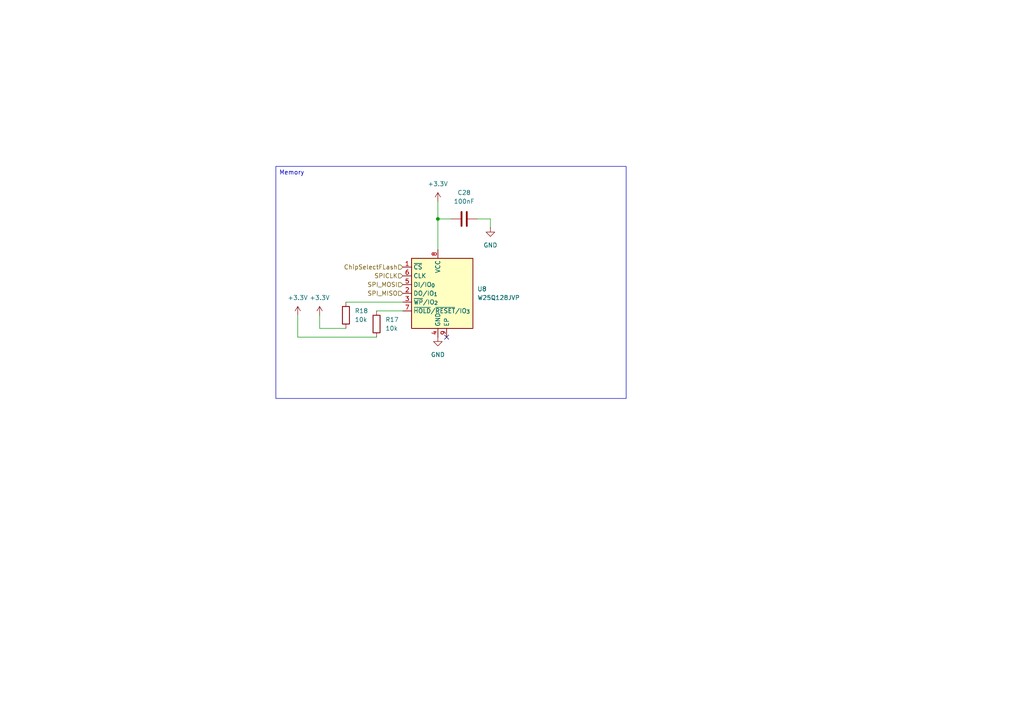
<source format=kicad_sch>
(kicad_sch (version 20250114) (generator "eeschema") (generator_version "9.0")
  (paper "A4")
  (lib_symbols
    (symbol "Device:C" (pin_numbers (hide yes)) (pin_names (offset 0.254))
      (property "Reference" "C" (at 0.635 2.54 0))
      (property "Value" "C" (at 0.635 -2.54 0))
      (symbol "C_0_1"
        (polyline (pts (xy -2.032 0.762) (xy 2.032 0.762)) (stroke (width 0.508)))
        (polyline (pts (xy -2.032 -0.762) (xy 2.032 -0.762)) (stroke (width 0.508)))
      )
      (symbol "C_1_1"
        (pin passive line (at 0 3.81 270) (length 2.794) (name "~") (number "1"))
        (pin passive line (at 0 -3.81 90) (length 2.794) (name "~") (number "2"))
      )
    )
    (symbol "Device:R" (pin_numbers (hide yes)) (pin_names (offset 0))
      (property "Reference" "R" (at 2.032 0 90))
      (property "Value" "R" (at 0 0 90))
      (symbol "R_0_1"
        (rectangle (start -1.016 -2.54) (end 1.016 2.54) (stroke (width 0.254)))
      )
      (symbol "R_1_1"
        (pin passive line (at 0 3.81 270) (length 1.27) (name "~") (number "1"))
        (pin passive line (at 0 -3.81 90) (length 1.27) (name "~") (number "2"))
      )
    )
    (symbol "Memory_Flash:W25Q128JVP"
      (property "Reference" "U" (at -6.35 11.43 0))
      (property "Value" "W25Q128JVP" (at 7.62 11.43 0))
      (symbol "W25Q128JVP_0_1"
        (rectangle (start -7.62 10.16) (end 10.16 -10.16) (stroke (width 0.254)) (fill (type background)))
      )
      (symbol "W25Q128JVP_1_1"
        (pin input line (at -10.16 7.62 0) (length 2.54) (name "~{CS}") (number "1"))
        (pin input line (at -10.16 5.08 0) (length 2.54) (name "CLK") (number "6"))
        (pin bidirectional line (at -10.16 2.54 0) (length 2.54) (name "DI/IO_{0}") (number "5"))
        (pin bidirectional line (at -10.16 0 0) (length 2.54) (name "DO/IO_{1}") (number "2"))
        (pin bidirectional line (at -10.16 -2.54 0) (length 2.54) (name "~{WP}/IO_{2}") (number "3"))
        (pin bidirectional line (at -10.16 -5.08 0) (length 2.54) (name "~{HOLD}/~{RESET}/IO_{3}") (number "7"))
        (pin power_in line (at 0 12.7 270) (length 2.54) (name "VCC") (number "8"))
        (pin power_in line (at 0 -12.7 90) (length 2.54) (name "GND") (number "4"))
        (pin passive line (at 2.54 -12.7 90) (length 2.54) (name "EP") (number "9"))
      )
    )
    (symbol "power:+3.3V" (power) (pin_numbers (hide yes)) (pin_names (offset 0) (hide yes))
      (property "Value" "+3.3V" (at 0 3.556 0))
      (symbol "+3.3V_0_1"
        (polyline (pts (xy -0.762 1.27) (xy 0 2.54)))
        (polyline (pts (xy 0 2.54) (xy 0.762 1.27)))
        (polyline (pts (xy 0 0) (xy 0 2.54)))
      )
      (symbol "+3.3V_1_1"
        (pin power_in line (at 0 0 90) (length 0) (name "~") (number "1"))
      )
    )
    (symbol "power:GND" (power) (pin_numbers (hide yes)) (pin_names (offset 0) (hide yes))
      (property "Value" "GND" (at 0 -3.81 0))
      (symbol "GND_0_1"
        (polyline (pts (xy 0 0) (xy 0 -1.27) (xy 1.27 -1.27) (xy 0 -2.54) (xy -1.27 -1.27) (xy 0 -1.27)))
      )
      (symbol "GND_1_1"
        (pin power_in line (at 0 0 270) (length 0) (name "~") (number "1"))
      )
    )
  )
  (text_box "Memory\n" (at 80.01 48.26 0) (size 101.6 67.31) (margins 0.9525 0.9525 0.9525 0.9525) (effects (font (size 1.27 1.27)) (justify left top)))
  (junction (at 127 63.5))
  (no_connect (at 129.54 97.79))
  (wire (pts (xy 109.22 90.17) (xy 116.84 90.17)))
  (wire (pts (xy 100.33 95.25) (xy 92.71 95.25)))
  (wire (pts (xy 109.22 97.79) (xy 86.36 97.79)))
  (wire (pts (xy 100.33 87.63) (xy 116.84 87.63)))
  (wire (pts (xy 142.24 63.5) (xy 142.24 66.04)))
  (wire (pts (xy 86.36 91.44) (xy 86.36 97.79)))
  (wire (pts (xy 138.43 63.5) (xy 142.24 63.5)))
  (wire (pts (xy 92.71 91.44) (xy 92.71 95.25)))
  (wire (pts (xy 127 63.5) (xy 127 72.39)))
  (wire (pts (xy 127 58.42) (xy 127 63.5)))
  (wire (pts (xy 127 63.5) (xy 130.81 63.5)))
  (hierarchical_label "SPI_MOSI" (shape input) (at 116.84 82.55 180))
  (hierarchical_label "SPICLK" (shape input) (at 116.84 80.01 180))
  (hierarchical_label "ChipSelectFLash" (shape input) (at 116.84 77.47 180))
  (hierarchical_label "SPI_MISO" (shape input) (at 116.84 85.09 180))
  (symbol (lib_id "Memory_Flash:W25Q128JVP") (at 127 85.09 0) (unit 1)
    (property "Reference" "U8" (at 138.43 83.8199 0) (effects (justify left)))
    (property "Value" "W25Q128JVP" (at 138.43 86.3599 0) (effects (justify left)))
    (property "Footprint" "Package_SON:WSON-8-1EP_6x5mm_P1.27mm_EP3.4x4.3mm" (effects (hide yes)))
    (property "Datasheet" "https://www.winbond.com/resource-files/w25q128jv_dtr%20revc%2003272018%20plus.pdf" (effects (hide yes)))
    (property "Description" "128Mbit / 16MiB Serial Flash Memory, Standard/Dual/Quad SPI, 2.7-3.6V, WSON-8" (effects (hide yes)))
  )
  (symbol (lib_id "Device:C") (at 134.62 63.5 90) (unit 1)
    (property "Reference" "C28" (at 134.62 55.88 90))
    (property "Value" "100nF" (at 134.62 58.42 90))
    (property "Footprint" "Capacitor_SMD:C_0201_0603Metric" (effects (hide yes)))
    (property "Description" "Unpolarized capacitor" (effects (hide yes)))
  )
  (symbol (lib_id "Device:R") (at 109.22 93.98 0) (unit 1)
    (property "Reference" "R17" (at 111.76 92.7099 0) (effects (justify left)))
    (property "Value" "10k" (at 111.76 95.2499 0) (effects (justify left)))
    (property "Description" "Resistor" (effects (hide yes)))
  )
  (symbol (lib_id "power:GND") (at 142.24 66.04 0) (unit 1)
    (property "Reference" "#PWR087" (effects (hide yes)))
    (property "Value" "GND" (at 142.24 71.12 0))
    (property "Description" "Power symbol creates a global label with name \"GND\" , ground" (effects (hide yes)))
  )
  (symbol (lib_id "power:GND") (at 127 97.79 0) (unit 1)
    (property "Reference" "#PWR086" (effects (hide yes)))
    (property "Value" "GND" (at 127 102.87 0))
    (property "Description" "Power symbol creates a global label with name \"GND\" , ground" (effects (hide yes)))
  )
  (symbol (lib_id "power:+3.3V") (at 92.71 91.44 0) (unit 1)
    (property "Reference" "#PWR089" (effects (hide yes)))
    (property "Value" "+3.3V" (at 92.71 86.36 0))
    (property "Description" "Power symbol creates a global label with name \"+3.3V\"" (effects (hide yes)))
  )
  (symbol (lib_id "power:+3.3V") (at 127 58.42 0) (unit 1)
    (property "Reference" "#PWR085" (effects (hide yes)))
    (property "Value" "+3.3V" (at 127 53.34 0))
    (property "Description" "Power symbol creates a global label with name \"+3.3V\"" (effects (hide yes)))
  )
  (symbol (lib_id "power:+3.3V") (at 86.36 91.44 0) (unit 1)
    (property "Reference" "#PWR088" (effects (hide yes)))
    (property "Value" "+3.3V" (at 86.36 86.36 0))
    (property "Description" "Power symbol creates a global label with name \"+3.3V\"" (effects (hide yes)))
  )
  (symbol (lib_id "Device:R") (at 100.33 91.44 0) (unit 1)
    (property "Reference" "R18" (at 102.87 90.1699 0) (effects (justify left)))
    (property "Value" "10k" (at 102.87 92.7099 0) (effects (justify left)))
    (property "Description" "Resistor" (effects (hide yes)))
  )
)
</source>
